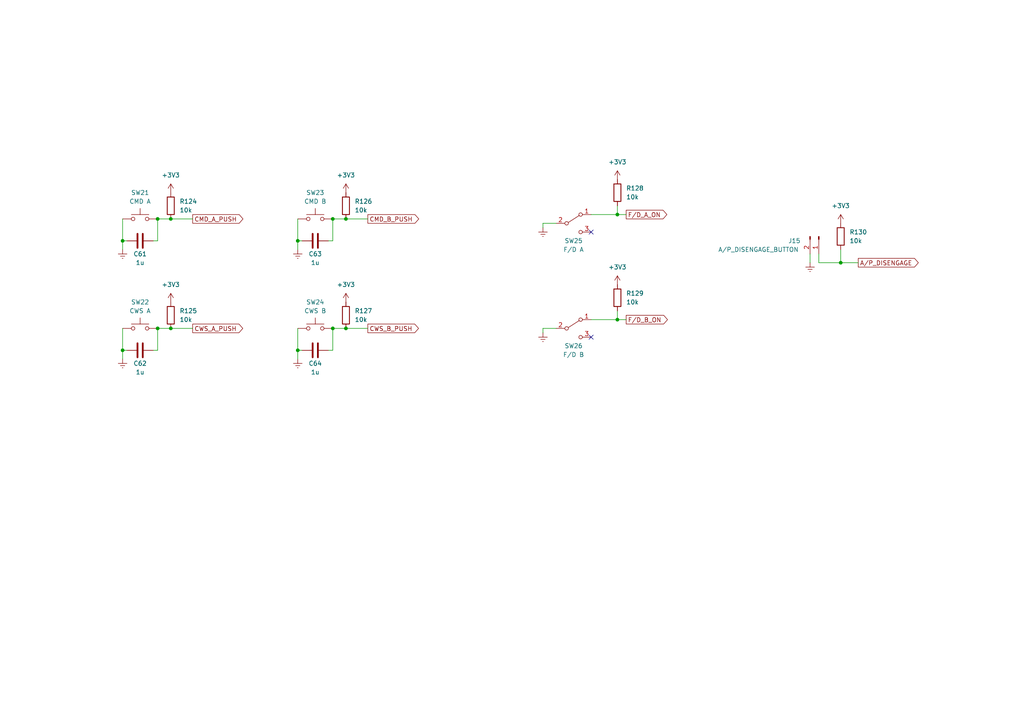
<source format=kicad_sch>
(kicad_sch (version 20230121) (generator eeschema)
  (paper "A4")
  (lib_symbols
    (symbol "Connector:Conn_01x02_Male" (pin_names (offset 1.016) hide)
      (property "Reference" "J" (at 0 2.54 0))
      (property "Value" "Conn_01x02_Male" (at 0 -5.08 0))
      (symbol "Conn_01x02_Male_1_1"
        (polyline (pts (xy 1.27 -2.54) (xy 0.8636 -2.54)) (stroke (width 0.1524)))
        (polyline (pts (xy 1.27 0) (xy 0.8636 0)) (stroke (width 0.1524)))
        (rectangle (start 0.8636 -2.413) (end 0 -2.667) (stroke (width 0.1524)) (fill (type outline)))
        (rectangle (start 0.8636 0.127) (end 0 -0.127) (stroke (width 0.1524)) (fill (type outline)))
        (pin passive line (at 5.08 0 180) (length 3.81) (name "Pin_1") (number "1"))
        (pin passive line (at 5.08 -2.54 180) (length 3.81) (name "Pin_2") (number "2"))
      )
    )
    (symbol "Device:C" (pin_numbers hide) (pin_names (offset 0.254))
      (property "Reference" "C" (at 0.635 2.54 0))
      (property "Value" "C" (at 0.635 -2.54 0))
      (symbol "C_0_1"
        (polyline (pts (xy -2.032 -0.762) (xy 2.032 -0.762)) (stroke (width 0.508)))
        (polyline (pts (xy -2.032 0.762) (xy 2.032 0.762)) (stroke (width 0.508)))
      )
      (symbol "C_1_1"
        (pin passive line (at 0 3.81 270) (length 2.794) (name "~") (number "1"))
        (pin passive line (at 0 -3.81 90) (length 2.794) (name "~") (number "2"))
      )
    )
    (symbol "Device:R" (pin_numbers hide) (pin_names (offset 0))
      (property "Reference" "R" (at 2.032 0 90))
      (property "Value" "R" (at 0 0 90))
      (symbol "R_0_1"
        (rectangle (start -1.016 -2.54) (end 1.016 2.54) (stroke (width 0.254)))
      )
      (symbol "R_1_1"
        (pin passive line (at 0 3.81 270) (length 1.27) (name "~") (number "1"))
        (pin passive line (at 0 -3.81 90) (length 1.27) (name "~") (number "2"))
      )
    )
    (symbol "Switch:SW_Push" (pin_numbers hide) (pin_names (offset 1.016) hide)
      (property "Reference" "SW" (at 1.27 2.54 0))
      (property "Value" "SW_Push" (at 0 -1.524 0))
      (symbol "SW_Push_0_1"
        (circle (center -2.032 0) (radius 0.508))
        (polyline (pts (xy 0 1.27) (xy 0 3.048)))
        (polyline (pts (xy 2.54 1.27) (xy -2.54 1.27)))
        (circle (center 2.032 0) (radius 0.508))
        (pin passive line (at -5.08 0 0) (length 2.54) (name "1") (number "1"))
        (pin passive line (at 5.08 0 180) (length 2.54) (name "2") (number "2"))
      )
    )
    (symbol "Switch:SW_SPDT" (pin_names (offset 0) hide)
      (property "Reference" "SW" (at 0 4.318 0))
      (property "Value" "SW_SPDT" (at 0 -5.08 0))
      (symbol "SW_SPDT_0_0"
        (circle (center -2.032 0) (radius 0.508))
        (circle (center 2.032 -2.54) (radius 0.508))
      )
      (symbol "SW_SPDT_0_1"
        (polyline (pts (xy -1.524 0.254) (xy 1.651 2.286)))
        (circle (center 2.032 2.54) (radius 0.508))
      )
      (symbol "SW_SPDT_1_1"
        (pin passive line (at 5.08 2.54 180) (length 2.54) (name "A") (number "1"))
        (pin passive line (at -5.08 0 0) (length 2.54) (name "B") (number "2"))
        (pin passive line (at 5.08 -2.54 180) (length 2.54) (name "C") (number "3"))
      )
    )
    (symbol "power:+3V3" (power) (pin_names (offset 0))
      (property "Value" "+3V3" (at 0 3.556 0))
      (symbol "+3V3_0_1"
        (polyline (pts (xy -0.762 1.27) (xy 0 2.54)))
        (polyline (pts (xy 0 0) (xy 0 2.54)))
        (polyline (pts (xy 0 2.54) (xy 0.762 1.27)))
      )
      (symbol "+3V3_1_1"
        (pin power_in line (at 0 0 90) (length 0) hide (name "+3V3") (number "1"))
      )
    )
    (symbol "power:Earth" (power) (pin_names (offset 0))
      (symbol "Earth_0_1"
        (polyline (pts (xy -0.635 -1.905) (xy 0.635 -1.905)))
        (polyline (pts (xy -0.127 -2.54) (xy 0.127 -2.54)))
        (polyline (pts (xy 0 -1.27) (xy 0 0)))
        (polyline (pts (xy 1.27 -1.27) (xy -1.27 -1.27)))
      )
      (symbol "Earth_1_1"
        (pin power_in line (at 0 0 270) (length 0) hide (name "Earth") (number "1"))
      )
    )
  )
  (junction (at 96.52 63.5))
  (junction (at 179.07 62.23))
  (junction (at 179.07 92.71))
  (junction (at 96.52 95.25))
  (junction (at 45.72 63.5))
  (junction (at 35.56 69.85))
  (junction (at 45.72 95.25))
  (junction (at 86.36 69.85))
  (junction (at 49.53 63.5))
  (junction (at 243.84 76.2))
  (junction (at 86.36 101.6))
  (junction (at 100.33 95.25))
  (junction (at 35.56 101.6))
  (junction (at 49.53 95.25))
  (junction (at 100.33 63.5))
  (no_connect (at 171.45 97.79))
  (no_connect (at 171.45 67.31))
  (wire (pts (xy 95.25 69.85) (xy 96.52 69.85)))
  (wire (pts (xy 96.52 63.5) (xy 100.33 63.5)))
  (wire (pts (xy 179.07 90.17) (xy 179.07 92.71)))
  (wire (pts (xy 45.72 101.6) (xy 45.72 95.25)))
  (wire (pts (xy 45.72 69.85) (xy 45.72 63.5)))
  (wire (pts (xy 86.36 69.85) (xy 87.63 69.85)))
  (wire (pts (xy 95.25 101.6) (xy 96.52 101.6)))
  (wire (pts (xy 181.61 92.71) (xy 179.07 92.71)))
  (wire (pts (xy 86.36 101.6) (xy 86.36 104.14)))
  (wire (pts (xy 44.45 69.85) (xy 45.72 69.85)))
  (wire (pts (xy 179.07 59.69) (xy 179.07 62.23)))
  (wire (pts (xy 234.95 73.66) (xy 234.95 76.2)))
  (wire (pts (xy 96.52 69.85) (xy 96.52 63.5)))
  (wire (pts (xy 35.56 63.5) (xy 35.56 69.85)))
  (wire (pts (xy 35.56 69.85) (xy 35.56 72.39)))
  (wire (pts (xy 100.33 95.25) (xy 106.68 95.25)))
  (wire (pts (xy 179.07 92.71) (xy 171.45 92.71)))
  (wire (pts (xy 35.56 101.6) (xy 36.83 101.6)))
  (wire (pts (xy 243.84 76.2) (xy 248.92 76.2)))
  (wire (pts (xy 45.72 95.25) (xy 49.53 95.25)))
  (wire (pts (xy 157.48 95.25) (xy 161.29 95.25)))
  (wire (pts (xy 44.45 101.6) (xy 45.72 101.6)))
  (wire (pts (xy 157.48 64.77) (xy 161.29 64.77)))
  (wire (pts (xy 157.48 96.52) (xy 157.48 95.25)))
  (wire (pts (xy 86.36 95.25) (xy 86.36 101.6)))
  (wire (pts (xy 96.52 95.25) (xy 100.33 95.25)))
  (wire (pts (xy 86.36 101.6) (xy 87.63 101.6)))
  (wire (pts (xy 100.33 63.5) (xy 106.68 63.5)))
  (wire (pts (xy 157.48 66.04) (xy 157.48 64.77)))
  (wire (pts (xy 96.52 101.6) (xy 96.52 95.25)))
  (wire (pts (xy 237.49 73.66) (xy 237.49 76.2)))
  (wire (pts (xy 49.53 63.5) (xy 55.88 63.5)))
  (wire (pts (xy 237.49 76.2) (xy 243.84 76.2)))
  (wire (pts (xy 35.56 69.85) (xy 36.83 69.85)))
  (wire (pts (xy 86.36 63.5) (xy 86.36 69.85)))
  (wire (pts (xy 179.07 62.23) (xy 171.45 62.23)))
  (wire (pts (xy 49.53 95.25) (xy 55.88 95.25)))
  (wire (pts (xy 35.56 95.25) (xy 35.56 101.6)))
  (wire (pts (xy 86.36 69.85) (xy 86.36 72.39)))
  (wire (pts (xy 243.84 72.39) (xy 243.84 76.2)))
  (wire (pts (xy 45.72 63.5) (xy 49.53 63.5)))
  (wire (pts (xy 181.61 62.23) (xy 179.07 62.23)))
  (wire (pts (xy 35.56 101.6) (xy 35.56 104.14)))
  (global_label "F{slash}D_A_ON" (shape output) (at 181.61 62.23 0) (property "Intersheetrefs" "${INTERSHEET_REFS}" (effects hide)))
  (global_label "CWS_A_PUSH" (shape output) (at 55.88 95.25 0) (property "Intersheetrefs" "${INTERSHEET_REFS}" (effects hide)))
  (global_label "F{slash}D_B_ON" (shape output) (at 181.61 92.71 0) (property "Intersheetrefs" "${INTERSHEET_REFS}" (effects hide)))
  (global_label "CMD_B_PUSH" (shape output) (at 106.68 63.5 0) (property "Intersheetrefs" "${INTERSHEET_REFS}" (effects hide)))
  (global_label "CMD_A_PUSH" (shape output) (at 55.88 63.5 0) (property "Intersheetrefs" "${INTERSHEET_REFS}" (effects hide)))
  (global_label "A{slash}P_DISENGAGE" (shape output) (at 248.92 76.2 0) (property "Intersheetrefs" "${INTERSHEET_REFS}" (effects hide)))
  (global_label "CWS_B_PUSH" (shape output) (at 106.68 95.25 0) (property "Intersheetrefs" "${INTERSHEET_REFS}" (effects hide)))
  (symbol (lib_id "power:Earth") (at 35.56 72.39 0) (unit 1)
    (property "Reference" "#PWR0150" (effects hide))
    (property "Value" "Earth" (effects hide))
  )
  (symbol (lib_id "power:+3V3") (at 179.07 82.55 0) (unit 1)
    (property "Reference" "#PWR0154" (effects hide))
    (property "Value" "+3V3" (at 179.07 77.47 0))
  )
  (symbol (lib_id "Device:C") (at 40.64 101.6 270) (unit 1)
    (property "Reference" "C62" (at 40.64 105.41 90))
    (property "Value" "1u" (at 40.64 107.95 90))
    (property "Footprint" "Capacitor_SMD:C_0402_1005Metric" (effects hide))
  )
  (symbol (lib_id "power:Earth") (at 86.36 72.39 0) (unit 1)
    (property "Reference" "#PWR0163" (effects hide))
    (property "Value" "Earth" (effects hide))
  )
  (symbol (lib_id "Switch:SW_Push") (at 40.64 95.25 0) (unit 1)
    (property "Reference" "SW22" (at 40.64 87.63 0))
    (property "Value" "CWS A" (at 40.64 90.17 0))
    (property "Footprint" "Connector_PinHeader_2.54mm:PinHeader_1x02_P2.54mm_Vertical" (effects hide))
  )
  (symbol (lib_id "Connector:Conn_01x02_Male") (at 237.49 68.58 270) (unit 1)
    (property "Reference" "J15" (at 228.6 69.85 90) (effects (justify left)))
    (property "Value" "A/P_DISENGAGE_BUTTON" (at 208.28 72.39 90) (effects (justify left)))
    (property "Footprint" "Connector_PinHeader_2.54mm:PinHeader_1x02_P2.54mm_Vertical" (effects hide))
  )
  (symbol (lib_id "power:+3V3") (at 100.33 87.63 0) (unit 1)
    (property "Reference" "#PWR0160" (effects hide))
    (property "Value" "+3V3" (at 100.33 82.55 0))
  )
  (symbol (lib_id "Switch:SW_Push") (at 91.44 95.25 0) (unit 1)
    (property "Reference" "SW24" (at 91.44 87.63 0))
    (property "Value" "CWS B" (at 91.44 90.17 0))
    (property "Footprint" "Connector_PinHeader_2.54mm:PinHeader_1x02_P2.54mm_Vertical" (effects hide))
  )
  (symbol (lib_id "power:+3V3") (at 100.33 55.88 0) (unit 1)
    (property "Reference" "#PWR0162" (effects hide))
    (property "Value" "+3V3" (at 100.33 50.8 0))
  )
  (symbol (lib_id "Device:C") (at 91.44 101.6 270) (unit 1)
    (property "Reference" "C64" (at 91.44 105.41 90))
    (property "Value" "1u" (at 91.44 107.95 90))
    (property "Footprint" "Capacitor_SMD:C_0402_1005Metric" (effects hide))
  )
  (symbol (lib_id "power:Earth") (at 35.56 104.14 0) (unit 1)
    (property "Reference" "#PWR0151" (effects hide))
    (property "Value" "Earth" (effects hide))
  )
  (symbol (lib_id "Switch:SW_Push") (at 40.64 63.5 0) (unit 1)
    (property "Reference" "SW21" (at 40.64 55.88 0))
    (property "Value" "CMD A" (at 40.64 58.42 0))
    (property "Footprint" "Connector_PinHeader_2.54mm:PinHeader_1x02_P2.54mm_Vertical" (effects hide))
  )
  (symbol (lib_id "Device:R") (at 100.33 59.69 0) (unit 1)
    (property "Reference" "R126" (at 102.87 58.4199 0) (effects (justify left)))
    (property "Value" "10k" (at 102.87 60.9599 0) (effects (justify left)))
    (property "Footprint" "Resistor_SMD:R_0402_1005Metric" (effects hide))
  )
  (symbol (lib_id "Device:R") (at 179.07 86.36 0) (unit 1)
    (property "Reference" "R129" (at 181.61 85.0899 0) (effects (justify left)))
    (property "Value" "10k" (at 181.61 87.6299 0) (effects (justify left)))
    (property "Footprint" "Resistor_SMD:R_0402_1005Metric" (effects hide))
  )
  (symbol (lib_id "Device:C") (at 40.64 69.85 270) (unit 1)
    (property "Reference" "C61" (at 40.64 73.66 90))
    (property "Value" "1u" (at 40.64 76.2 90))
    (property "Footprint" "Capacitor_SMD:C_0402_1005Metric" (effects hide))
  )
  (symbol (lib_id "power:Earth") (at 157.48 66.04 0) (unit 1)
    (property "Reference" "#PWR0158" (effects hide))
    (property "Value" "Earth" (effects hide))
  )
  (symbol (lib_id "power:+3V3") (at 179.07 52.07 0) (unit 1)
    (property "Reference" "#PWR0156" (effects hide))
    (property "Value" "+3V3" (at 179.07 46.99 0))
  )
  (symbol (lib_id "Device:R") (at 100.33 91.44 0) (unit 1)
    (property "Reference" "R127" (at 102.87 90.1699 0) (effects (justify left)))
    (property "Value" "10k" (at 102.87 92.7099 0) (effects (justify left)))
    (property "Footprint" "Resistor_SMD:R_0402_1005Metric" (effects hide))
  )
  (symbol (lib_id "Device:R") (at 243.84 68.58 0) (unit 1)
    (property "Reference" "R130" (at 246.38 67.31 0) (effects (justify left)))
    (property "Value" "10k" (at 246.38 69.85 0) (effects (justify left)))
    (property "Footprint" "Resistor_SMD:R_0402_1005Metric" (effects hide))
  )
  (symbol (lib_id "Device:R") (at 49.53 59.69 0) (unit 1)
    (property "Reference" "R124" (at 52.07 58.4199 0) (effects (justify left)))
    (property "Value" "10k" (at 52.07 60.9599 0) (effects (justify left)))
    (property "Footprint" "Resistor_SMD:R_0402_1005Metric" (effects hide))
  )
  (symbol (lib_id "power:+3V3") (at 49.53 87.63 0) (unit 1)
    (property "Reference" "#PWR0152" (effects hide))
    (property "Value" "+3V3" (at 49.53 82.55 0))
  )
  (symbol (lib_id "Device:R") (at 49.53 91.44 0) (unit 1)
    (property "Reference" "R125" (at 52.07 90.1699 0) (effects (justify left)))
    (property "Value" "10k" (at 52.07 92.7099 0) (effects (justify left)))
    (property "Footprint" "Resistor_SMD:R_0402_1005Metric" (effects hide))
  )
  (symbol (lib_id "Device:C") (at 91.44 69.85 270) (unit 1)
    (property "Reference" "C63" (at 91.44 73.66 90))
    (property "Value" "1u" (at 91.44 76.2 90))
    (property "Footprint" "Capacitor_SMD:C_0402_1005Metric" (effects hide))
  )
  (symbol (lib_id "power:+3V3") (at 49.53 55.88 0) (unit 1)
    (property "Reference" "#PWR0153" (effects hide))
    (property "Value" "+3V3" (at 49.53 50.8 0))
  )
  (symbol (lib_id "power:+3V3") (at 243.84 64.77 0) (unit 1)
    (property "Reference" "#PWR0157" (effects hide))
    (property "Value" "+3V3" (at 243.84 59.69 0))
  )
  (symbol (lib_id "power:Earth") (at 157.48 96.52 0) (unit 1)
    (property "Reference" "#PWR0159" (effects hide))
    (property "Value" "Earth" (effects hide))
  )
  (symbol (lib_id "Switch:SW_SPDT") (at 166.37 95.25 0) (unit 1)
    (property "Reference" "SW26" (at 166.37 100.33 0))
    (property "Value" "F/D B" (at 166.37 102.87 0))
    (property "Footprint" "Connector_PinHeader_2.54mm:PinHeader_1x02_P2.54mm_Vertical" (effects hide))
  )
  (symbol (lib_id "power:Earth") (at 86.36 104.14 0) (unit 1)
    (property "Reference" "#PWR0161" (effects hide))
    (property "Value" "Earth" (effects hide))
  )
  (symbol (lib_id "Device:R") (at 179.07 55.88 0) (unit 1)
    (property "Reference" "R128" (at 181.61 54.6099 0) (effects (justify left)))
    (property "Value" "10k" (at 181.61 57.1499 0) (effects (justify left)))
    (property "Footprint" "Resistor_SMD:R_0402_1005Metric" (effects hide))
  )
  (symbol (lib_id "Switch:SW_Push") (at 91.44 63.5 0) (unit 1)
    (property "Reference" "SW23" (at 91.44 55.88 0))
    (property "Value" "CMD B" (at 91.44 58.42 0))
    (property "Footprint" "Connector_PinHeader_2.54mm:PinHeader_1x02_P2.54mm_Vertical" (effects hide))
  )
  (symbol (lib_id "power:Earth") (at 234.95 76.2 0) (unit 1)
    (property "Reference" "#PWR0155" (effects hide))
    (property "Value" "Earth" (effects hide))
  )
  (symbol (lib_id "Switch:SW_SPDT") (at 166.37 64.77 0) (unit 1)
    (property "Reference" "SW25" (at 166.37 69.85 0))
    (property "Value" "F/D A" (at 166.37 72.39 0))
    (property "Footprint" "Connector_PinHeader_2.54mm:PinHeader_1x02_P2.54mm_Vertical" (effects hide))
  )
)
</source>
